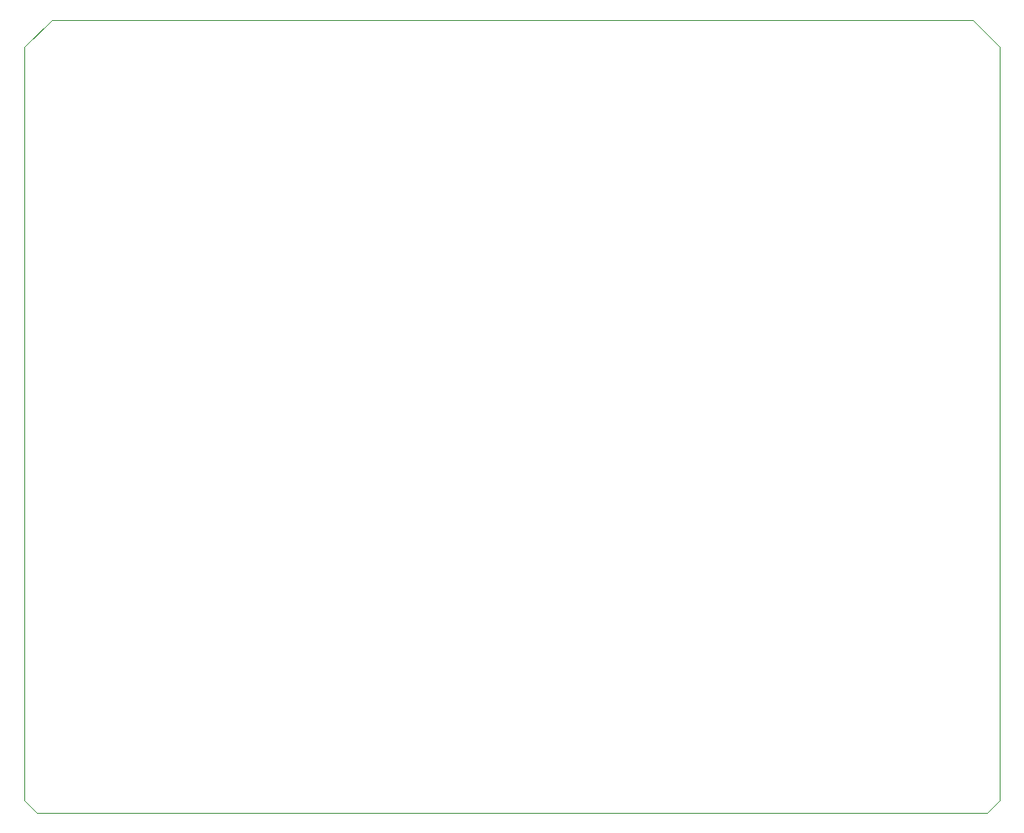
<source format=gbr>
G04 #@! TF.GenerationSoftware,KiCad,Pcbnew,5.1.5*
G04 #@! TF.CreationDate,2019-12-27T12:01:36+00:00*
G04 #@! TF.ProjectId,wkday,776b6461-792e-46b6-9963-61645f706362,rev?*
G04 #@! TF.SameCoordinates,Original*
G04 #@! TF.FileFunction,Profile,NP*
%FSLAX46Y46*%
G04 Gerber Fmt 4.6, Leading zero omitted, Abs format (unit mm)*
G04 Created by KiCad (PCBNEW 5.1.5) date 2019-12-27 12:01:36*
%MOMM*%
%LPD*%
G04 APERTURE LIST*
%ADD10C,0.050000*%
G04 APERTURE END LIST*
D10*
X218050000Y-44640000D02*
X215320000Y-41910000D01*
X119510000Y-44640000D02*
X122240000Y-41910000D01*
X119510000Y-120840000D02*
X120780000Y-122110000D01*
X119510000Y-44640000D02*
X119510000Y-120840000D01*
X215320000Y-41910000D02*
X122240000Y-41910000D01*
X218050000Y-120840000D02*
X218050000Y-44640000D01*
X216780000Y-122110000D02*
X218050000Y-120840000D01*
X120780000Y-122110000D02*
X216780000Y-122110000D01*
M02*

</source>
